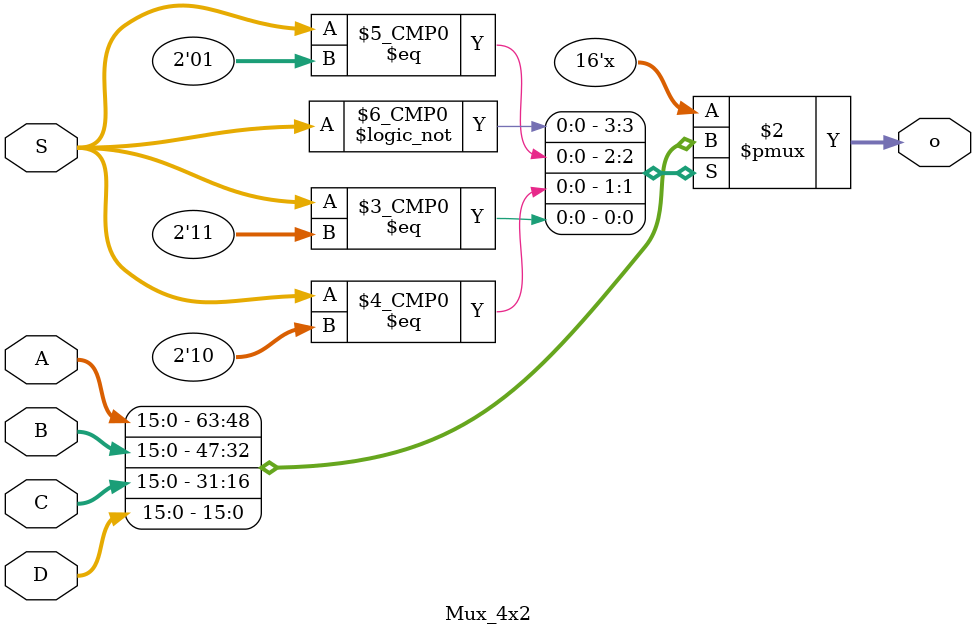
<source format=v>
`timescale 1ns / 1ps
module Mux_4x2(
    input [15:0] A,
    input [15:0] B,
    input [15:0] C,
    input [15:0] D,
    input [1:0] S,
    output reg [15:0] o
    );
	 
	 always @ (A or B or C or D or S)
		case(S)
			2'b00 : o <= A;
			2'b01 : o <= B;
			2'b10 : o <= C;
			2'b11 : o <= D;
		endcase
	 

endmodule

</source>
